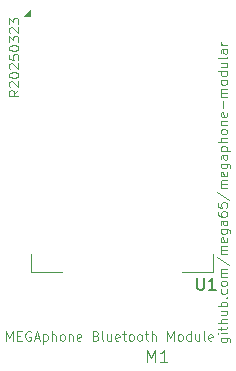
<source format=gto>
G04 #@! TF.GenerationSoftware,KiCad,Pcbnew,9.0.1+1*
G04 #@! TF.CreationDate,2025-11-12T15:34:39+00:00*
G04 #@! TF.ProjectId,bluetooth,626c7565-746f-46f7-9468-2e6b69636164,rev?*
G04 #@! TF.SameCoordinates,Original*
G04 #@! TF.FileFunction,Legend,Top*
G04 #@! TF.FilePolarity,Positive*
%FSLAX46Y46*%
G04 Gerber Fmt 4.6, Leading zero omitted, Abs format (unit mm)*
G04 Created by KiCad (PCBNEW 9.0.1+1) date 2025-11-12 15:34:39*
%MOMM*%
%LPD*%
G01*
G04 APERTURE LIST*
%ADD10C,0.100000*%
%ADD11C,0.150000*%
%ADD12C,0.120000*%
%ADD13R,2.540000X2.000000*%
G04 APERTURE END LIST*
D10*
X99734265Y-84410895D02*
X99734265Y-83610895D01*
X99734265Y-83610895D02*
X100000931Y-84182323D01*
X100000931Y-84182323D02*
X100267598Y-83610895D01*
X100267598Y-83610895D02*
X100267598Y-84410895D01*
X100648551Y-83991847D02*
X100915217Y-83991847D01*
X101029503Y-84410895D02*
X100648551Y-84410895D01*
X100648551Y-84410895D02*
X100648551Y-83610895D01*
X100648551Y-83610895D02*
X101029503Y-83610895D01*
X101791408Y-83648990D02*
X101715218Y-83610895D01*
X101715218Y-83610895D02*
X101600932Y-83610895D01*
X101600932Y-83610895D02*
X101486646Y-83648990D01*
X101486646Y-83648990D02*
X101410456Y-83725180D01*
X101410456Y-83725180D02*
X101372361Y-83801371D01*
X101372361Y-83801371D02*
X101334265Y-83953752D01*
X101334265Y-83953752D02*
X101334265Y-84068038D01*
X101334265Y-84068038D02*
X101372361Y-84220419D01*
X101372361Y-84220419D02*
X101410456Y-84296609D01*
X101410456Y-84296609D02*
X101486646Y-84372800D01*
X101486646Y-84372800D02*
X101600932Y-84410895D01*
X101600932Y-84410895D02*
X101677123Y-84410895D01*
X101677123Y-84410895D02*
X101791408Y-84372800D01*
X101791408Y-84372800D02*
X101829504Y-84334704D01*
X101829504Y-84334704D02*
X101829504Y-84068038D01*
X101829504Y-84068038D02*
X101677123Y-84068038D01*
X102134265Y-84182323D02*
X102515218Y-84182323D01*
X102058075Y-84410895D02*
X102324742Y-83610895D01*
X102324742Y-83610895D02*
X102591408Y-84410895D01*
X102858075Y-83877561D02*
X102858075Y-84677561D01*
X102858075Y-83915657D02*
X102934265Y-83877561D01*
X102934265Y-83877561D02*
X103086646Y-83877561D01*
X103086646Y-83877561D02*
X103162837Y-83915657D01*
X103162837Y-83915657D02*
X103200932Y-83953752D01*
X103200932Y-83953752D02*
X103239027Y-84029942D01*
X103239027Y-84029942D02*
X103239027Y-84258514D01*
X103239027Y-84258514D02*
X103200932Y-84334704D01*
X103200932Y-84334704D02*
X103162837Y-84372800D01*
X103162837Y-84372800D02*
X103086646Y-84410895D01*
X103086646Y-84410895D02*
X102934265Y-84410895D01*
X102934265Y-84410895D02*
X102858075Y-84372800D01*
X103581885Y-84410895D02*
X103581885Y-83610895D01*
X103924742Y-84410895D02*
X103924742Y-83991847D01*
X103924742Y-83991847D02*
X103886647Y-83915657D01*
X103886647Y-83915657D02*
X103810456Y-83877561D01*
X103810456Y-83877561D02*
X103696170Y-83877561D01*
X103696170Y-83877561D02*
X103619980Y-83915657D01*
X103619980Y-83915657D02*
X103581885Y-83953752D01*
X104419980Y-84410895D02*
X104343790Y-84372800D01*
X104343790Y-84372800D02*
X104305695Y-84334704D01*
X104305695Y-84334704D02*
X104267599Y-84258514D01*
X104267599Y-84258514D02*
X104267599Y-84029942D01*
X104267599Y-84029942D02*
X104305695Y-83953752D01*
X104305695Y-83953752D02*
X104343790Y-83915657D01*
X104343790Y-83915657D02*
X104419980Y-83877561D01*
X104419980Y-83877561D02*
X104534266Y-83877561D01*
X104534266Y-83877561D02*
X104610457Y-83915657D01*
X104610457Y-83915657D02*
X104648552Y-83953752D01*
X104648552Y-83953752D02*
X104686647Y-84029942D01*
X104686647Y-84029942D02*
X104686647Y-84258514D01*
X104686647Y-84258514D02*
X104648552Y-84334704D01*
X104648552Y-84334704D02*
X104610457Y-84372800D01*
X104610457Y-84372800D02*
X104534266Y-84410895D01*
X104534266Y-84410895D02*
X104419980Y-84410895D01*
X105029505Y-83877561D02*
X105029505Y-84410895D01*
X105029505Y-83953752D02*
X105067600Y-83915657D01*
X105067600Y-83915657D02*
X105143790Y-83877561D01*
X105143790Y-83877561D02*
X105258076Y-83877561D01*
X105258076Y-83877561D02*
X105334267Y-83915657D01*
X105334267Y-83915657D02*
X105372362Y-83991847D01*
X105372362Y-83991847D02*
X105372362Y-84410895D01*
X106058077Y-84372800D02*
X105981886Y-84410895D01*
X105981886Y-84410895D02*
X105829505Y-84410895D01*
X105829505Y-84410895D02*
X105753315Y-84372800D01*
X105753315Y-84372800D02*
X105715219Y-84296609D01*
X105715219Y-84296609D02*
X105715219Y-83991847D01*
X105715219Y-83991847D02*
X105753315Y-83915657D01*
X105753315Y-83915657D02*
X105829505Y-83877561D01*
X105829505Y-83877561D02*
X105981886Y-83877561D01*
X105981886Y-83877561D02*
X106058077Y-83915657D01*
X106058077Y-83915657D02*
X106096172Y-83991847D01*
X106096172Y-83991847D02*
X106096172Y-84068038D01*
X106096172Y-84068038D02*
X105715219Y-84144228D01*
X107315219Y-83991847D02*
X107429505Y-84029942D01*
X107429505Y-84029942D02*
X107467600Y-84068038D01*
X107467600Y-84068038D02*
X107505696Y-84144228D01*
X107505696Y-84144228D02*
X107505696Y-84258514D01*
X107505696Y-84258514D02*
X107467600Y-84334704D01*
X107467600Y-84334704D02*
X107429505Y-84372800D01*
X107429505Y-84372800D02*
X107353315Y-84410895D01*
X107353315Y-84410895D02*
X107048553Y-84410895D01*
X107048553Y-84410895D02*
X107048553Y-83610895D01*
X107048553Y-83610895D02*
X107315219Y-83610895D01*
X107315219Y-83610895D02*
X107391410Y-83648990D01*
X107391410Y-83648990D02*
X107429505Y-83687085D01*
X107429505Y-83687085D02*
X107467600Y-83763276D01*
X107467600Y-83763276D02*
X107467600Y-83839466D01*
X107467600Y-83839466D02*
X107429505Y-83915657D01*
X107429505Y-83915657D02*
X107391410Y-83953752D01*
X107391410Y-83953752D02*
X107315219Y-83991847D01*
X107315219Y-83991847D02*
X107048553Y-83991847D01*
X107962838Y-84410895D02*
X107886648Y-84372800D01*
X107886648Y-84372800D02*
X107848553Y-84296609D01*
X107848553Y-84296609D02*
X107848553Y-83610895D01*
X108610458Y-83877561D02*
X108610458Y-84410895D01*
X108267601Y-83877561D02*
X108267601Y-84296609D01*
X108267601Y-84296609D02*
X108305696Y-84372800D01*
X108305696Y-84372800D02*
X108381886Y-84410895D01*
X108381886Y-84410895D02*
X108496172Y-84410895D01*
X108496172Y-84410895D02*
X108572363Y-84372800D01*
X108572363Y-84372800D02*
X108610458Y-84334704D01*
X109296173Y-84372800D02*
X109219982Y-84410895D01*
X109219982Y-84410895D02*
X109067601Y-84410895D01*
X109067601Y-84410895D02*
X108991411Y-84372800D01*
X108991411Y-84372800D02*
X108953315Y-84296609D01*
X108953315Y-84296609D02*
X108953315Y-83991847D01*
X108953315Y-83991847D02*
X108991411Y-83915657D01*
X108991411Y-83915657D02*
X109067601Y-83877561D01*
X109067601Y-83877561D02*
X109219982Y-83877561D01*
X109219982Y-83877561D02*
X109296173Y-83915657D01*
X109296173Y-83915657D02*
X109334268Y-83991847D01*
X109334268Y-83991847D02*
X109334268Y-84068038D01*
X109334268Y-84068038D02*
X108953315Y-84144228D01*
X109562839Y-83877561D02*
X109867601Y-83877561D01*
X109677125Y-83610895D02*
X109677125Y-84296609D01*
X109677125Y-84296609D02*
X109715220Y-84372800D01*
X109715220Y-84372800D02*
X109791410Y-84410895D01*
X109791410Y-84410895D02*
X109867601Y-84410895D01*
X110248553Y-84410895D02*
X110172363Y-84372800D01*
X110172363Y-84372800D02*
X110134268Y-84334704D01*
X110134268Y-84334704D02*
X110096172Y-84258514D01*
X110096172Y-84258514D02*
X110096172Y-84029942D01*
X110096172Y-84029942D02*
X110134268Y-83953752D01*
X110134268Y-83953752D02*
X110172363Y-83915657D01*
X110172363Y-83915657D02*
X110248553Y-83877561D01*
X110248553Y-83877561D02*
X110362839Y-83877561D01*
X110362839Y-83877561D02*
X110439030Y-83915657D01*
X110439030Y-83915657D02*
X110477125Y-83953752D01*
X110477125Y-83953752D02*
X110515220Y-84029942D01*
X110515220Y-84029942D02*
X110515220Y-84258514D01*
X110515220Y-84258514D02*
X110477125Y-84334704D01*
X110477125Y-84334704D02*
X110439030Y-84372800D01*
X110439030Y-84372800D02*
X110362839Y-84410895D01*
X110362839Y-84410895D02*
X110248553Y-84410895D01*
X110972363Y-84410895D02*
X110896173Y-84372800D01*
X110896173Y-84372800D02*
X110858078Y-84334704D01*
X110858078Y-84334704D02*
X110819982Y-84258514D01*
X110819982Y-84258514D02*
X110819982Y-84029942D01*
X110819982Y-84029942D02*
X110858078Y-83953752D01*
X110858078Y-83953752D02*
X110896173Y-83915657D01*
X110896173Y-83915657D02*
X110972363Y-83877561D01*
X110972363Y-83877561D02*
X111086649Y-83877561D01*
X111086649Y-83877561D02*
X111162840Y-83915657D01*
X111162840Y-83915657D02*
X111200935Y-83953752D01*
X111200935Y-83953752D02*
X111239030Y-84029942D01*
X111239030Y-84029942D02*
X111239030Y-84258514D01*
X111239030Y-84258514D02*
X111200935Y-84334704D01*
X111200935Y-84334704D02*
X111162840Y-84372800D01*
X111162840Y-84372800D02*
X111086649Y-84410895D01*
X111086649Y-84410895D02*
X110972363Y-84410895D01*
X111467602Y-83877561D02*
X111772364Y-83877561D01*
X111581888Y-83610895D02*
X111581888Y-84296609D01*
X111581888Y-84296609D02*
X111619983Y-84372800D01*
X111619983Y-84372800D02*
X111696173Y-84410895D01*
X111696173Y-84410895D02*
X111772364Y-84410895D01*
X112039031Y-84410895D02*
X112039031Y-83610895D01*
X112381888Y-84410895D02*
X112381888Y-83991847D01*
X112381888Y-83991847D02*
X112343793Y-83915657D01*
X112343793Y-83915657D02*
X112267602Y-83877561D01*
X112267602Y-83877561D02*
X112153316Y-83877561D01*
X112153316Y-83877561D02*
X112077126Y-83915657D01*
X112077126Y-83915657D02*
X112039031Y-83953752D01*
X113372365Y-84410895D02*
X113372365Y-83610895D01*
X113372365Y-83610895D02*
X113639031Y-84182323D01*
X113639031Y-84182323D02*
X113905698Y-83610895D01*
X113905698Y-83610895D02*
X113905698Y-84410895D01*
X114400936Y-84410895D02*
X114324746Y-84372800D01*
X114324746Y-84372800D02*
X114286651Y-84334704D01*
X114286651Y-84334704D02*
X114248555Y-84258514D01*
X114248555Y-84258514D02*
X114248555Y-84029942D01*
X114248555Y-84029942D02*
X114286651Y-83953752D01*
X114286651Y-83953752D02*
X114324746Y-83915657D01*
X114324746Y-83915657D02*
X114400936Y-83877561D01*
X114400936Y-83877561D02*
X114515222Y-83877561D01*
X114515222Y-83877561D02*
X114591413Y-83915657D01*
X114591413Y-83915657D02*
X114629508Y-83953752D01*
X114629508Y-83953752D02*
X114667603Y-84029942D01*
X114667603Y-84029942D02*
X114667603Y-84258514D01*
X114667603Y-84258514D02*
X114629508Y-84334704D01*
X114629508Y-84334704D02*
X114591413Y-84372800D01*
X114591413Y-84372800D02*
X114515222Y-84410895D01*
X114515222Y-84410895D02*
X114400936Y-84410895D01*
X115353318Y-84410895D02*
X115353318Y-83610895D01*
X115353318Y-84372800D02*
X115277127Y-84410895D01*
X115277127Y-84410895D02*
X115124746Y-84410895D01*
X115124746Y-84410895D02*
X115048556Y-84372800D01*
X115048556Y-84372800D02*
X115010461Y-84334704D01*
X115010461Y-84334704D02*
X114972365Y-84258514D01*
X114972365Y-84258514D02*
X114972365Y-84029942D01*
X114972365Y-84029942D02*
X115010461Y-83953752D01*
X115010461Y-83953752D02*
X115048556Y-83915657D01*
X115048556Y-83915657D02*
X115124746Y-83877561D01*
X115124746Y-83877561D02*
X115277127Y-83877561D01*
X115277127Y-83877561D02*
X115353318Y-83915657D01*
X116077128Y-83877561D02*
X116077128Y-84410895D01*
X115734271Y-83877561D02*
X115734271Y-84296609D01*
X115734271Y-84296609D02*
X115772366Y-84372800D01*
X115772366Y-84372800D02*
X115848556Y-84410895D01*
X115848556Y-84410895D02*
X115962842Y-84410895D01*
X115962842Y-84410895D02*
X116039033Y-84372800D01*
X116039033Y-84372800D02*
X116077128Y-84334704D01*
X116572366Y-84410895D02*
X116496176Y-84372800D01*
X116496176Y-84372800D02*
X116458081Y-84296609D01*
X116458081Y-84296609D02*
X116458081Y-83610895D01*
X117181891Y-84372800D02*
X117105700Y-84410895D01*
X117105700Y-84410895D02*
X116953319Y-84410895D01*
X116953319Y-84410895D02*
X116877129Y-84372800D01*
X116877129Y-84372800D02*
X116839033Y-84296609D01*
X116839033Y-84296609D02*
X116839033Y-83991847D01*
X116839033Y-83991847D02*
X116877129Y-83915657D01*
X116877129Y-83915657D02*
X116953319Y-83877561D01*
X116953319Y-83877561D02*
X117105700Y-83877561D01*
X117105700Y-83877561D02*
X117181891Y-83915657D01*
X117181891Y-83915657D02*
X117219986Y-83991847D01*
X117219986Y-83991847D02*
X117219986Y-84068038D01*
X117219986Y-84068038D02*
X116839033Y-84144228D01*
X117891561Y-84168877D02*
X118539180Y-84168877D01*
X118539180Y-84168877D02*
X118615371Y-84206972D01*
X118615371Y-84206972D02*
X118653466Y-84245068D01*
X118653466Y-84245068D02*
X118691561Y-84321258D01*
X118691561Y-84321258D02*
X118691561Y-84435544D01*
X118691561Y-84435544D02*
X118653466Y-84511734D01*
X118386800Y-84168877D02*
X118424895Y-84245068D01*
X118424895Y-84245068D02*
X118424895Y-84397449D01*
X118424895Y-84397449D02*
X118386800Y-84473639D01*
X118386800Y-84473639D02*
X118348704Y-84511734D01*
X118348704Y-84511734D02*
X118272514Y-84549830D01*
X118272514Y-84549830D02*
X118043942Y-84549830D01*
X118043942Y-84549830D02*
X117967752Y-84511734D01*
X117967752Y-84511734D02*
X117929657Y-84473639D01*
X117929657Y-84473639D02*
X117891561Y-84397449D01*
X117891561Y-84397449D02*
X117891561Y-84245068D01*
X117891561Y-84245068D02*
X117929657Y-84168877D01*
X118424895Y-83787924D02*
X117891561Y-83787924D01*
X117624895Y-83787924D02*
X117662990Y-83826020D01*
X117662990Y-83826020D02*
X117701085Y-83787924D01*
X117701085Y-83787924D02*
X117662990Y-83749829D01*
X117662990Y-83749829D02*
X117624895Y-83787924D01*
X117624895Y-83787924D02*
X117701085Y-83787924D01*
X117891561Y-83521258D02*
X117891561Y-83216496D01*
X117624895Y-83406972D02*
X118310609Y-83406972D01*
X118310609Y-83406972D02*
X118386800Y-83368877D01*
X118386800Y-83368877D02*
X118424895Y-83292687D01*
X118424895Y-83292687D02*
X118424895Y-83216496D01*
X118424895Y-82949829D02*
X117624895Y-82949829D01*
X118424895Y-82606972D02*
X118005847Y-82606972D01*
X118005847Y-82606972D02*
X117929657Y-82645067D01*
X117929657Y-82645067D02*
X117891561Y-82721258D01*
X117891561Y-82721258D02*
X117891561Y-82835544D01*
X117891561Y-82835544D02*
X117929657Y-82911734D01*
X117929657Y-82911734D02*
X117967752Y-82949829D01*
X117891561Y-81883162D02*
X118424895Y-81883162D01*
X117891561Y-82226019D02*
X118310609Y-82226019D01*
X118310609Y-82226019D02*
X118386800Y-82187924D01*
X118386800Y-82187924D02*
X118424895Y-82111734D01*
X118424895Y-82111734D02*
X118424895Y-81997448D01*
X118424895Y-81997448D02*
X118386800Y-81921257D01*
X118386800Y-81921257D02*
X118348704Y-81883162D01*
X118424895Y-81502209D02*
X117624895Y-81502209D01*
X117929657Y-81502209D02*
X117891561Y-81426019D01*
X117891561Y-81426019D02*
X117891561Y-81273638D01*
X117891561Y-81273638D02*
X117929657Y-81197447D01*
X117929657Y-81197447D02*
X117967752Y-81159352D01*
X117967752Y-81159352D02*
X118043942Y-81121257D01*
X118043942Y-81121257D02*
X118272514Y-81121257D01*
X118272514Y-81121257D02*
X118348704Y-81159352D01*
X118348704Y-81159352D02*
X118386800Y-81197447D01*
X118386800Y-81197447D02*
X118424895Y-81273638D01*
X118424895Y-81273638D02*
X118424895Y-81426019D01*
X118424895Y-81426019D02*
X118386800Y-81502209D01*
X118348704Y-80778399D02*
X118386800Y-80740304D01*
X118386800Y-80740304D02*
X118424895Y-80778399D01*
X118424895Y-80778399D02*
X118386800Y-80816495D01*
X118386800Y-80816495D02*
X118348704Y-80778399D01*
X118348704Y-80778399D02*
X118424895Y-80778399D01*
X118386800Y-80054590D02*
X118424895Y-80130781D01*
X118424895Y-80130781D02*
X118424895Y-80283162D01*
X118424895Y-80283162D02*
X118386800Y-80359352D01*
X118386800Y-80359352D02*
X118348704Y-80397447D01*
X118348704Y-80397447D02*
X118272514Y-80435543D01*
X118272514Y-80435543D02*
X118043942Y-80435543D01*
X118043942Y-80435543D02*
X117967752Y-80397447D01*
X117967752Y-80397447D02*
X117929657Y-80359352D01*
X117929657Y-80359352D02*
X117891561Y-80283162D01*
X117891561Y-80283162D02*
X117891561Y-80130781D01*
X117891561Y-80130781D02*
X117929657Y-80054590D01*
X118424895Y-79597448D02*
X118386800Y-79673638D01*
X118386800Y-79673638D02*
X118348704Y-79711733D01*
X118348704Y-79711733D02*
X118272514Y-79749829D01*
X118272514Y-79749829D02*
X118043942Y-79749829D01*
X118043942Y-79749829D02*
X117967752Y-79711733D01*
X117967752Y-79711733D02*
X117929657Y-79673638D01*
X117929657Y-79673638D02*
X117891561Y-79597448D01*
X117891561Y-79597448D02*
X117891561Y-79483162D01*
X117891561Y-79483162D02*
X117929657Y-79406971D01*
X117929657Y-79406971D02*
X117967752Y-79368876D01*
X117967752Y-79368876D02*
X118043942Y-79330781D01*
X118043942Y-79330781D02*
X118272514Y-79330781D01*
X118272514Y-79330781D02*
X118348704Y-79368876D01*
X118348704Y-79368876D02*
X118386800Y-79406971D01*
X118386800Y-79406971D02*
X118424895Y-79483162D01*
X118424895Y-79483162D02*
X118424895Y-79597448D01*
X118424895Y-78987923D02*
X117891561Y-78987923D01*
X117967752Y-78987923D02*
X117929657Y-78949828D01*
X117929657Y-78949828D02*
X117891561Y-78873638D01*
X117891561Y-78873638D02*
X117891561Y-78759352D01*
X117891561Y-78759352D02*
X117929657Y-78683161D01*
X117929657Y-78683161D02*
X118005847Y-78645066D01*
X118005847Y-78645066D02*
X118424895Y-78645066D01*
X118005847Y-78645066D02*
X117929657Y-78606971D01*
X117929657Y-78606971D02*
X117891561Y-78530780D01*
X117891561Y-78530780D02*
X117891561Y-78416495D01*
X117891561Y-78416495D02*
X117929657Y-78340304D01*
X117929657Y-78340304D02*
X118005847Y-78302209D01*
X118005847Y-78302209D02*
X118424895Y-78302209D01*
X117586800Y-77349828D02*
X118615371Y-78035542D01*
X118424895Y-77083161D02*
X117891561Y-77083161D01*
X117967752Y-77083161D02*
X117929657Y-77045066D01*
X117929657Y-77045066D02*
X117891561Y-76968876D01*
X117891561Y-76968876D02*
X117891561Y-76854590D01*
X117891561Y-76854590D02*
X117929657Y-76778399D01*
X117929657Y-76778399D02*
X118005847Y-76740304D01*
X118005847Y-76740304D02*
X118424895Y-76740304D01*
X118005847Y-76740304D02*
X117929657Y-76702209D01*
X117929657Y-76702209D02*
X117891561Y-76626018D01*
X117891561Y-76626018D02*
X117891561Y-76511733D01*
X117891561Y-76511733D02*
X117929657Y-76435542D01*
X117929657Y-76435542D02*
X118005847Y-76397447D01*
X118005847Y-76397447D02*
X118424895Y-76397447D01*
X118386800Y-75711732D02*
X118424895Y-75787923D01*
X118424895Y-75787923D02*
X118424895Y-75940304D01*
X118424895Y-75940304D02*
X118386800Y-76016494D01*
X118386800Y-76016494D02*
X118310609Y-76054590D01*
X118310609Y-76054590D02*
X118005847Y-76054590D01*
X118005847Y-76054590D02*
X117929657Y-76016494D01*
X117929657Y-76016494D02*
X117891561Y-75940304D01*
X117891561Y-75940304D02*
X117891561Y-75787923D01*
X117891561Y-75787923D02*
X117929657Y-75711732D01*
X117929657Y-75711732D02*
X118005847Y-75673637D01*
X118005847Y-75673637D02*
X118082038Y-75673637D01*
X118082038Y-75673637D02*
X118158228Y-76054590D01*
X117891561Y-74987923D02*
X118539180Y-74987923D01*
X118539180Y-74987923D02*
X118615371Y-75026018D01*
X118615371Y-75026018D02*
X118653466Y-75064114D01*
X118653466Y-75064114D02*
X118691561Y-75140304D01*
X118691561Y-75140304D02*
X118691561Y-75254590D01*
X118691561Y-75254590D02*
X118653466Y-75330780D01*
X118386800Y-74987923D02*
X118424895Y-75064114D01*
X118424895Y-75064114D02*
X118424895Y-75216495D01*
X118424895Y-75216495D02*
X118386800Y-75292685D01*
X118386800Y-75292685D02*
X118348704Y-75330780D01*
X118348704Y-75330780D02*
X118272514Y-75368876D01*
X118272514Y-75368876D02*
X118043942Y-75368876D01*
X118043942Y-75368876D02*
X117967752Y-75330780D01*
X117967752Y-75330780D02*
X117929657Y-75292685D01*
X117929657Y-75292685D02*
X117891561Y-75216495D01*
X117891561Y-75216495D02*
X117891561Y-75064114D01*
X117891561Y-75064114D02*
X117929657Y-74987923D01*
X118424895Y-74264113D02*
X118005847Y-74264113D01*
X118005847Y-74264113D02*
X117929657Y-74302208D01*
X117929657Y-74302208D02*
X117891561Y-74378399D01*
X117891561Y-74378399D02*
X117891561Y-74530780D01*
X117891561Y-74530780D02*
X117929657Y-74606970D01*
X118386800Y-74264113D02*
X118424895Y-74340304D01*
X118424895Y-74340304D02*
X118424895Y-74530780D01*
X118424895Y-74530780D02*
X118386800Y-74606970D01*
X118386800Y-74606970D02*
X118310609Y-74645066D01*
X118310609Y-74645066D02*
X118234419Y-74645066D01*
X118234419Y-74645066D02*
X118158228Y-74606970D01*
X118158228Y-74606970D02*
X118120133Y-74530780D01*
X118120133Y-74530780D02*
X118120133Y-74340304D01*
X118120133Y-74340304D02*
X118082038Y-74264113D01*
X117624895Y-73540303D02*
X117624895Y-73692684D01*
X117624895Y-73692684D02*
X117662990Y-73768875D01*
X117662990Y-73768875D02*
X117701085Y-73806970D01*
X117701085Y-73806970D02*
X117815371Y-73883160D01*
X117815371Y-73883160D02*
X117967752Y-73921256D01*
X117967752Y-73921256D02*
X118272514Y-73921256D01*
X118272514Y-73921256D02*
X118348704Y-73883160D01*
X118348704Y-73883160D02*
X118386800Y-73845065D01*
X118386800Y-73845065D02*
X118424895Y-73768875D01*
X118424895Y-73768875D02*
X118424895Y-73616494D01*
X118424895Y-73616494D02*
X118386800Y-73540303D01*
X118386800Y-73540303D02*
X118348704Y-73502208D01*
X118348704Y-73502208D02*
X118272514Y-73464113D01*
X118272514Y-73464113D02*
X118082038Y-73464113D01*
X118082038Y-73464113D02*
X118005847Y-73502208D01*
X118005847Y-73502208D02*
X117967752Y-73540303D01*
X117967752Y-73540303D02*
X117929657Y-73616494D01*
X117929657Y-73616494D02*
X117929657Y-73768875D01*
X117929657Y-73768875D02*
X117967752Y-73845065D01*
X117967752Y-73845065D02*
X118005847Y-73883160D01*
X118005847Y-73883160D02*
X118082038Y-73921256D01*
X117624895Y-72740303D02*
X117624895Y-73121255D01*
X117624895Y-73121255D02*
X118005847Y-73159351D01*
X118005847Y-73159351D02*
X117967752Y-73121255D01*
X117967752Y-73121255D02*
X117929657Y-73045065D01*
X117929657Y-73045065D02*
X117929657Y-72854589D01*
X117929657Y-72854589D02*
X117967752Y-72778398D01*
X117967752Y-72778398D02*
X118005847Y-72740303D01*
X118005847Y-72740303D02*
X118082038Y-72702208D01*
X118082038Y-72702208D02*
X118272514Y-72702208D01*
X118272514Y-72702208D02*
X118348704Y-72740303D01*
X118348704Y-72740303D02*
X118386800Y-72778398D01*
X118386800Y-72778398D02*
X118424895Y-72854589D01*
X118424895Y-72854589D02*
X118424895Y-73045065D01*
X118424895Y-73045065D02*
X118386800Y-73121255D01*
X118386800Y-73121255D02*
X118348704Y-73159351D01*
X117586800Y-71787922D02*
X118615371Y-72473636D01*
X118424895Y-71521255D02*
X117891561Y-71521255D01*
X117967752Y-71521255D02*
X117929657Y-71483160D01*
X117929657Y-71483160D02*
X117891561Y-71406970D01*
X117891561Y-71406970D02*
X117891561Y-71292684D01*
X117891561Y-71292684D02*
X117929657Y-71216493D01*
X117929657Y-71216493D02*
X118005847Y-71178398D01*
X118005847Y-71178398D02*
X118424895Y-71178398D01*
X118005847Y-71178398D02*
X117929657Y-71140303D01*
X117929657Y-71140303D02*
X117891561Y-71064112D01*
X117891561Y-71064112D02*
X117891561Y-70949827D01*
X117891561Y-70949827D02*
X117929657Y-70873636D01*
X117929657Y-70873636D02*
X118005847Y-70835541D01*
X118005847Y-70835541D02*
X118424895Y-70835541D01*
X118386800Y-70149826D02*
X118424895Y-70226017D01*
X118424895Y-70226017D02*
X118424895Y-70378398D01*
X118424895Y-70378398D02*
X118386800Y-70454588D01*
X118386800Y-70454588D02*
X118310609Y-70492684D01*
X118310609Y-70492684D02*
X118005847Y-70492684D01*
X118005847Y-70492684D02*
X117929657Y-70454588D01*
X117929657Y-70454588D02*
X117891561Y-70378398D01*
X117891561Y-70378398D02*
X117891561Y-70226017D01*
X117891561Y-70226017D02*
X117929657Y-70149826D01*
X117929657Y-70149826D02*
X118005847Y-70111731D01*
X118005847Y-70111731D02*
X118082038Y-70111731D01*
X118082038Y-70111731D02*
X118158228Y-70492684D01*
X117891561Y-69426017D02*
X118539180Y-69426017D01*
X118539180Y-69426017D02*
X118615371Y-69464112D01*
X118615371Y-69464112D02*
X118653466Y-69502208D01*
X118653466Y-69502208D02*
X118691561Y-69578398D01*
X118691561Y-69578398D02*
X118691561Y-69692684D01*
X118691561Y-69692684D02*
X118653466Y-69768874D01*
X118386800Y-69426017D02*
X118424895Y-69502208D01*
X118424895Y-69502208D02*
X118424895Y-69654589D01*
X118424895Y-69654589D02*
X118386800Y-69730779D01*
X118386800Y-69730779D02*
X118348704Y-69768874D01*
X118348704Y-69768874D02*
X118272514Y-69806970D01*
X118272514Y-69806970D02*
X118043942Y-69806970D01*
X118043942Y-69806970D02*
X117967752Y-69768874D01*
X117967752Y-69768874D02*
X117929657Y-69730779D01*
X117929657Y-69730779D02*
X117891561Y-69654589D01*
X117891561Y-69654589D02*
X117891561Y-69502208D01*
X117891561Y-69502208D02*
X117929657Y-69426017D01*
X118424895Y-68702207D02*
X118005847Y-68702207D01*
X118005847Y-68702207D02*
X117929657Y-68740302D01*
X117929657Y-68740302D02*
X117891561Y-68816493D01*
X117891561Y-68816493D02*
X117891561Y-68968874D01*
X117891561Y-68968874D02*
X117929657Y-69045064D01*
X118386800Y-68702207D02*
X118424895Y-68778398D01*
X118424895Y-68778398D02*
X118424895Y-68968874D01*
X118424895Y-68968874D02*
X118386800Y-69045064D01*
X118386800Y-69045064D02*
X118310609Y-69083160D01*
X118310609Y-69083160D02*
X118234419Y-69083160D01*
X118234419Y-69083160D02*
X118158228Y-69045064D01*
X118158228Y-69045064D02*
X118120133Y-68968874D01*
X118120133Y-68968874D02*
X118120133Y-68778398D01*
X118120133Y-68778398D02*
X118082038Y-68702207D01*
X117891561Y-68321254D02*
X118691561Y-68321254D01*
X117929657Y-68321254D02*
X117891561Y-68245064D01*
X117891561Y-68245064D02*
X117891561Y-68092683D01*
X117891561Y-68092683D02*
X117929657Y-68016492D01*
X117929657Y-68016492D02*
X117967752Y-67978397D01*
X117967752Y-67978397D02*
X118043942Y-67940302D01*
X118043942Y-67940302D02*
X118272514Y-67940302D01*
X118272514Y-67940302D02*
X118348704Y-67978397D01*
X118348704Y-67978397D02*
X118386800Y-68016492D01*
X118386800Y-68016492D02*
X118424895Y-68092683D01*
X118424895Y-68092683D02*
X118424895Y-68245064D01*
X118424895Y-68245064D02*
X118386800Y-68321254D01*
X118424895Y-67597444D02*
X117624895Y-67597444D01*
X118424895Y-67254587D02*
X118005847Y-67254587D01*
X118005847Y-67254587D02*
X117929657Y-67292682D01*
X117929657Y-67292682D02*
X117891561Y-67368873D01*
X117891561Y-67368873D02*
X117891561Y-67483159D01*
X117891561Y-67483159D02*
X117929657Y-67559349D01*
X117929657Y-67559349D02*
X117967752Y-67597444D01*
X118424895Y-66759349D02*
X118386800Y-66835539D01*
X118386800Y-66835539D02*
X118348704Y-66873634D01*
X118348704Y-66873634D02*
X118272514Y-66911730D01*
X118272514Y-66911730D02*
X118043942Y-66911730D01*
X118043942Y-66911730D02*
X117967752Y-66873634D01*
X117967752Y-66873634D02*
X117929657Y-66835539D01*
X117929657Y-66835539D02*
X117891561Y-66759349D01*
X117891561Y-66759349D02*
X117891561Y-66645063D01*
X117891561Y-66645063D02*
X117929657Y-66568872D01*
X117929657Y-66568872D02*
X117967752Y-66530777D01*
X117967752Y-66530777D02*
X118043942Y-66492682D01*
X118043942Y-66492682D02*
X118272514Y-66492682D01*
X118272514Y-66492682D02*
X118348704Y-66530777D01*
X118348704Y-66530777D02*
X118386800Y-66568872D01*
X118386800Y-66568872D02*
X118424895Y-66645063D01*
X118424895Y-66645063D02*
X118424895Y-66759349D01*
X117891561Y-66149824D02*
X118424895Y-66149824D01*
X117967752Y-66149824D02*
X117929657Y-66111729D01*
X117929657Y-66111729D02*
X117891561Y-66035539D01*
X117891561Y-66035539D02*
X117891561Y-65921253D01*
X117891561Y-65921253D02*
X117929657Y-65845062D01*
X117929657Y-65845062D02*
X118005847Y-65806967D01*
X118005847Y-65806967D02*
X118424895Y-65806967D01*
X118386800Y-65121252D02*
X118424895Y-65197443D01*
X118424895Y-65197443D02*
X118424895Y-65349824D01*
X118424895Y-65349824D02*
X118386800Y-65426014D01*
X118386800Y-65426014D02*
X118310609Y-65464110D01*
X118310609Y-65464110D02*
X118005847Y-65464110D01*
X118005847Y-65464110D02*
X117929657Y-65426014D01*
X117929657Y-65426014D02*
X117891561Y-65349824D01*
X117891561Y-65349824D02*
X117891561Y-65197443D01*
X117891561Y-65197443D02*
X117929657Y-65121252D01*
X117929657Y-65121252D02*
X118005847Y-65083157D01*
X118005847Y-65083157D02*
X118082038Y-65083157D01*
X118082038Y-65083157D02*
X118158228Y-65464110D01*
X118120133Y-64740300D02*
X118120133Y-64130777D01*
X118424895Y-63749824D02*
X117891561Y-63749824D01*
X117967752Y-63749824D02*
X117929657Y-63711729D01*
X117929657Y-63711729D02*
X117891561Y-63635539D01*
X117891561Y-63635539D02*
X117891561Y-63521253D01*
X117891561Y-63521253D02*
X117929657Y-63445062D01*
X117929657Y-63445062D02*
X118005847Y-63406967D01*
X118005847Y-63406967D02*
X118424895Y-63406967D01*
X118005847Y-63406967D02*
X117929657Y-63368872D01*
X117929657Y-63368872D02*
X117891561Y-63292681D01*
X117891561Y-63292681D02*
X117891561Y-63178396D01*
X117891561Y-63178396D02*
X117929657Y-63102205D01*
X117929657Y-63102205D02*
X118005847Y-63064110D01*
X118005847Y-63064110D02*
X118424895Y-63064110D01*
X118424895Y-62568872D02*
X118386800Y-62645062D01*
X118386800Y-62645062D02*
X118348704Y-62683157D01*
X118348704Y-62683157D02*
X118272514Y-62721253D01*
X118272514Y-62721253D02*
X118043942Y-62721253D01*
X118043942Y-62721253D02*
X117967752Y-62683157D01*
X117967752Y-62683157D02*
X117929657Y-62645062D01*
X117929657Y-62645062D02*
X117891561Y-62568872D01*
X117891561Y-62568872D02*
X117891561Y-62454586D01*
X117891561Y-62454586D02*
X117929657Y-62378395D01*
X117929657Y-62378395D02*
X117967752Y-62340300D01*
X117967752Y-62340300D02*
X118043942Y-62302205D01*
X118043942Y-62302205D02*
X118272514Y-62302205D01*
X118272514Y-62302205D02*
X118348704Y-62340300D01*
X118348704Y-62340300D02*
X118386800Y-62378395D01*
X118386800Y-62378395D02*
X118424895Y-62454586D01*
X118424895Y-62454586D02*
X118424895Y-62568872D01*
X118424895Y-61616490D02*
X117624895Y-61616490D01*
X118386800Y-61616490D02*
X118424895Y-61692681D01*
X118424895Y-61692681D02*
X118424895Y-61845062D01*
X118424895Y-61845062D02*
X118386800Y-61921252D01*
X118386800Y-61921252D02*
X118348704Y-61959347D01*
X118348704Y-61959347D02*
X118272514Y-61997443D01*
X118272514Y-61997443D02*
X118043942Y-61997443D01*
X118043942Y-61997443D02*
X117967752Y-61959347D01*
X117967752Y-61959347D02*
X117929657Y-61921252D01*
X117929657Y-61921252D02*
X117891561Y-61845062D01*
X117891561Y-61845062D02*
X117891561Y-61692681D01*
X117891561Y-61692681D02*
X117929657Y-61616490D01*
X117891561Y-60892680D02*
X118424895Y-60892680D01*
X117891561Y-61235537D02*
X118310609Y-61235537D01*
X118310609Y-61235537D02*
X118386800Y-61197442D01*
X118386800Y-61197442D02*
X118424895Y-61121252D01*
X118424895Y-61121252D02*
X118424895Y-61006966D01*
X118424895Y-61006966D02*
X118386800Y-60930775D01*
X118386800Y-60930775D02*
X118348704Y-60892680D01*
X118424895Y-60397442D02*
X118386800Y-60473632D01*
X118386800Y-60473632D02*
X118310609Y-60511727D01*
X118310609Y-60511727D02*
X117624895Y-60511727D01*
X118424895Y-59749822D02*
X118005847Y-59749822D01*
X118005847Y-59749822D02*
X117929657Y-59787917D01*
X117929657Y-59787917D02*
X117891561Y-59864108D01*
X117891561Y-59864108D02*
X117891561Y-60016489D01*
X117891561Y-60016489D02*
X117929657Y-60092679D01*
X118386800Y-59749822D02*
X118424895Y-59826013D01*
X118424895Y-59826013D02*
X118424895Y-60016489D01*
X118424895Y-60016489D02*
X118386800Y-60092679D01*
X118386800Y-60092679D02*
X118310609Y-60130775D01*
X118310609Y-60130775D02*
X118234419Y-60130775D01*
X118234419Y-60130775D02*
X118158228Y-60092679D01*
X118158228Y-60092679D02*
X118120133Y-60016489D01*
X118120133Y-60016489D02*
X118120133Y-59826013D01*
X118120133Y-59826013D02*
X118082038Y-59749822D01*
X118424895Y-59368869D02*
X117891561Y-59368869D01*
X118043942Y-59368869D02*
X117967752Y-59330774D01*
X117967752Y-59330774D02*
X117929657Y-59292679D01*
X117929657Y-59292679D02*
X117891561Y-59216488D01*
X117891561Y-59216488D02*
X117891561Y-59140298D01*
X100771895Y-63226591D02*
X100390942Y-63493258D01*
X100771895Y-63683734D02*
X99971895Y-63683734D01*
X99971895Y-63683734D02*
X99971895Y-63378972D01*
X99971895Y-63378972D02*
X100009990Y-63302782D01*
X100009990Y-63302782D02*
X100048085Y-63264687D01*
X100048085Y-63264687D02*
X100124276Y-63226591D01*
X100124276Y-63226591D02*
X100238561Y-63226591D01*
X100238561Y-63226591D02*
X100314752Y-63264687D01*
X100314752Y-63264687D02*
X100352847Y-63302782D01*
X100352847Y-63302782D02*
X100390942Y-63378972D01*
X100390942Y-63378972D02*
X100390942Y-63683734D01*
X100048085Y-62921830D02*
X100009990Y-62883734D01*
X100009990Y-62883734D02*
X99971895Y-62807544D01*
X99971895Y-62807544D02*
X99971895Y-62617068D01*
X99971895Y-62617068D02*
X100009990Y-62540877D01*
X100009990Y-62540877D02*
X100048085Y-62502782D01*
X100048085Y-62502782D02*
X100124276Y-62464687D01*
X100124276Y-62464687D02*
X100200466Y-62464687D01*
X100200466Y-62464687D02*
X100314752Y-62502782D01*
X100314752Y-62502782D02*
X100771895Y-62959925D01*
X100771895Y-62959925D02*
X100771895Y-62464687D01*
X99971895Y-61969448D02*
X99971895Y-61893258D01*
X99971895Y-61893258D02*
X100009990Y-61817067D01*
X100009990Y-61817067D02*
X100048085Y-61778972D01*
X100048085Y-61778972D02*
X100124276Y-61740877D01*
X100124276Y-61740877D02*
X100276657Y-61702782D01*
X100276657Y-61702782D02*
X100467133Y-61702782D01*
X100467133Y-61702782D02*
X100619514Y-61740877D01*
X100619514Y-61740877D02*
X100695704Y-61778972D01*
X100695704Y-61778972D02*
X100733800Y-61817067D01*
X100733800Y-61817067D02*
X100771895Y-61893258D01*
X100771895Y-61893258D02*
X100771895Y-61969448D01*
X100771895Y-61969448D02*
X100733800Y-62045639D01*
X100733800Y-62045639D02*
X100695704Y-62083734D01*
X100695704Y-62083734D02*
X100619514Y-62121829D01*
X100619514Y-62121829D02*
X100467133Y-62159925D01*
X100467133Y-62159925D02*
X100276657Y-62159925D01*
X100276657Y-62159925D02*
X100124276Y-62121829D01*
X100124276Y-62121829D02*
X100048085Y-62083734D01*
X100048085Y-62083734D02*
X100009990Y-62045639D01*
X100009990Y-62045639D02*
X99971895Y-61969448D01*
X100048085Y-61398020D02*
X100009990Y-61359924D01*
X100009990Y-61359924D02*
X99971895Y-61283734D01*
X99971895Y-61283734D02*
X99971895Y-61093258D01*
X99971895Y-61093258D02*
X100009990Y-61017067D01*
X100009990Y-61017067D02*
X100048085Y-60978972D01*
X100048085Y-60978972D02*
X100124276Y-60940877D01*
X100124276Y-60940877D02*
X100200466Y-60940877D01*
X100200466Y-60940877D02*
X100314752Y-60978972D01*
X100314752Y-60978972D02*
X100771895Y-61436115D01*
X100771895Y-61436115D02*
X100771895Y-60940877D01*
X99971895Y-60217067D02*
X99971895Y-60598019D01*
X99971895Y-60598019D02*
X100352847Y-60636115D01*
X100352847Y-60636115D02*
X100314752Y-60598019D01*
X100314752Y-60598019D02*
X100276657Y-60521829D01*
X100276657Y-60521829D02*
X100276657Y-60331353D01*
X100276657Y-60331353D02*
X100314752Y-60255162D01*
X100314752Y-60255162D02*
X100352847Y-60217067D01*
X100352847Y-60217067D02*
X100429038Y-60178972D01*
X100429038Y-60178972D02*
X100619514Y-60178972D01*
X100619514Y-60178972D02*
X100695704Y-60217067D01*
X100695704Y-60217067D02*
X100733800Y-60255162D01*
X100733800Y-60255162D02*
X100771895Y-60331353D01*
X100771895Y-60331353D02*
X100771895Y-60521829D01*
X100771895Y-60521829D02*
X100733800Y-60598019D01*
X100733800Y-60598019D02*
X100695704Y-60636115D01*
X99971895Y-59683733D02*
X99971895Y-59607543D01*
X99971895Y-59607543D02*
X100009990Y-59531352D01*
X100009990Y-59531352D02*
X100048085Y-59493257D01*
X100048085Y-59493257D02*
X100124276Y-59455162D01*
X100124276Y-59455162D02*
X100276657Y-59417067D01*
X100276657Y-59417067D02*
X100467133Y-59417067D01*
X100467133Y-59417067D02*
X100619514Y-59455162D01*
X100619514Y-59455162D02*
X100695704Y-59493257D01*
X100695704Y-59493257D02*
X100733800Y-59531352D01*
X100733800Y-59531352D02*
X100771895Y-59607543D01*
X100771895Y-59607543D02*
X100771895Y-59683733D01*
X100771895Y-59683733D02*
X100733800Y-59759924D01*
X100733800Y-59759924D02*
X100695704Y-59798019D01*
X100695704Y-59798019D02*
X100619514Y-59836114D01*
X100619514Y-59836114D02*
X100467133Y-59874210D01*
X100467133Y-59874210D02*
X100276657Y-59874210D01*
X100276657Y-59874210D02*
X100124276Y-59836114D01*
X100124276Y-59836114D02*
X100048085Y-59798019D01*
X100048085Y-59798019D02*
X100009990Y-59759924D01*
X100009990Y-59759924D02*
X99971895Y-59683733D01*
X99971895Y-59150400D02*
X99971895Y-58655162D01*
X99971895Y-58655162D02*
X100276657Y-58921828D01*
X100276657Y-58921828D02*
X100276657Y-58807543D01*
X100276657Y-58807543D02*
X100314752Y-58731352D01*
X100314752Y-58731352D02*
X100352847Y-58693257D01*
X100352847Y-58693257D02*
X100429038Y-58655162D01*
X100429038Y-58655162D02*
X100619514Y-58655162D01*
X100619514Y-58655162D02*
X100695704Y-58693257D01*
X100695704Y-58693257D02*
X100733800Y-58731352D01*
X100733800Y-58731352D02*
X100771895Y-58807543D01*
X100771895Y-58807543D02*
X100771895Y-59036114D01*
X100771895Y-59036114D02*
X100733800Y-59112305D01*
X100733800Y-59112305D02*
X100695704Y-59150400D01*
X100048085Y-58350400D02*
X100009990Y-58312304D01*
X100009990Y-58312304D02*
X99971895Y-58236114D01*
X99971895Y-58236114D02*
X99971895Y-58045638D01*
X99971895Y-58045638D02*
X100009990Y-57969447D01*
X100009990Y-57969447D02*
X100048085Y-57931352D01*
X100048085Y-57931352D02*
X100124276Y-57893257D01*
X100124276Y-57893257D02*
X100200466Y-57893257D01*
X100200466Y-57893257D02*
X100314752Y-57931352D01*
X100314752Y-57931352D02*
X100771895Y-58388495D01*
X100771895Y-58388495D02*
X100771895Y-57893257D01*
X99971895Y-57626590D02*
X99971895Y-57131352D01*
X99971895Y-57131352D02*
X100276657Y-57398018D01*
X100276657Y-57398018D02*
X100276657Y-57283733D01*
X100276657Y-57283733D02*
X100314752Y-57207542D01*
X100314752Y-57207542D02*
X100352847Y-57169447D01*
X100352847Y-57169447D02*
X100429038Y-57131352D01*
X100429038Y-57131352D02*
X100619514Y-57131352D01*
X100619514Y-57131352D02*
X100695704Y-57169447D01*
X100695704Y-57169447D02*
X100733800Y-57207542D01*
X100733800Y-57207542D02*
X100771895Y-57283733D01*
X100771895Y-57283733D02*
X100771895Y-57512304D01*
X100771895Y-57512304D02*
X100733800Y-57588495D01*
X100733800Y-57588495D02*
X100695704Y-57626590D01*
D11*
X115912095Y-79111819D02*
X115912095Y-79921342D01*
X115912095Y-79921342D02*
X115959714Y-80016580D01*
X115959714Y-80016580D02*
X116007333Y-80064200D01*
X116007333Y-80064200D02*
X116102571Y-80111819D01*
X116102571Y-80111819D02*
X116293047Y-80111819D01*
X116293047Y-80111819D02*
X116388285Y-80064200D01*
X116388285Y-80064200D02*
X116435904Y-80016580D01*
X116435904Y-80016580D02*
X116483523Y-79921342D01*
X116483523Y-79921342D02*
X116483523Y-79111819D01*
X117483523Y-80111819D02*
X116912095Y-80111819D01*
X117197809Y-80111819D02*
X117197809Y-79111819D01*
X117197809Y-79111819D02*
X117102571Y-79254676D01*
X117102571Y-79254676D02*
X117007333Y-79349914D01*
X117007333Y-79349914D02*
X116912095Y-79397533D01*
D10*
X111691476Y-86179419D02*
X111691476Y-85179419D01*
X111691476Y-85179419D02*
X112024809Y-85893704D01*
X112024809Y-85893704D02*
X112358142Y-85179419D01*
X112358142Y-85179419D02*
X112358142Y-86179419D01*
X113358142Y-86179419D02*
X112786714Y-86179419D01*
X113072428Y-86179419D02*
X113072428Y-85179419D01*
X113072428Y-85179419D02*
X112977190Y-85322276D01*
X112977190Y-85322276D02*
X112881952Y-85417514D01*
X112881952Y-85417514D02*
X112786714Y-85465133D01*
D12*
X101821000Y-77042000D02*
X101821000Y-78612000D01*
X101821000Y-78612000D02*
X104491000Y-78612000D01*
X114611000Y-78612000D02*
X117281000Y-78612000D01*
X117281000Y-78612000D02*
X117281000Y-77042000D01*
X101751000Y-56882000D02*
X101251000Y-56882000D01*
X101751000Y-56382000D01*
X101751000Y-56882000D01*
G36*
X101751000Y-56882000D02*
G01*
X101251000Y-56882000D01*
X101751000Y-56382000D01*
X101751000Y-56882000D01*
G37*
%LPC*%
G36*
G01*
X101551000Y-57632000D02*
X101551000Y-57332000D01*
G75*
G02*
X101701000Y-57182000I150000J0D01*
G01*
X102901000Y-57182000D01*
G75*
G02*
X103051000Y-57332000I0J-150000D01*
G01*
X103051000Y-57632000D01*
G75*
G02*
X102901000Y-57782000I-150000J0D01*
G01*
X101701000Y-57782000D01*
G75*
G02*
X101551000Y-57632000I0J150000D01*
G01*
G37*
G36*
G01*
X101551000Y-58632000D02*
X101551000Y-58332000D01*
G75*
G02*
X101701000Y-58182000I150000J0D01*
G01*
X102901000Y-58182000D01*
G75*
G02*
X103051000Y-58332000I0J-150000D01*
G01*
X103051000Y-58632000D01*
G75*
G02*
X102901000Y-58782000I-150000J0D01*
G01*
X101701000Y-58782000D01*
G75*
G02*
X101551000Y-58632000I0J150000D01*
G01*
G37*
G36*
G01*
X101551000Y-59632000D02*
X101551000Y-59332000D01*
G75*
G02*
X101701000Y-59182000I150000J0D01*
G01*
X102901000Y-59182000D01*
G75*
G02*
X103051000Y-59332000I0J-150000D01*
G01*
X103051000Y-59632000D01*
G75*
G02*
X102901000Y-59782000I-150000J0D01*
G01*
X101701000Y-59782000D01*
G75*
G02*
X101551000Y-59632000I0J150000D01*
G01*
G37*
G36*
G01*
X101551000Y-60632000D02*
X101551000Y-60332000D01*
G75*
G02*
X101701000Y-60182000I150000J0D01*
G01*
X102901000Y-60182000D01*
G75*
G02*
X103051000Y-60332000I0J-150000D01*
G01*
X103051000Y-60632000D01*
G75*
G02*
X102901000Y-60782000I-150000J0D01*
G01*
X101701000Y-60782000D01*
G75*
G02*
X101551000Y-60632000I0J150000D01*
G01*
G37*
G36*
G01*
X101551000Y-61632000D02*
X101551000Y-61332000D01*
G75*
G02*
X101701000Y-61182000I150000J0D01*
G01*
X102901000Y-61182000D01*
G75*
G02*
X103051000Y-61332000I0J-150000D01*
G01*
X103051000Y-61632000D01*
G75*
G02*
X102901000Y-61782000I-150000J0D01*
G01*
X101701000Y-61782000D01*
G75*
G02*
X101551000Y-61632000I0J150000D01*
G01*
G37*
G36*
G01*
X101551000Y-62632000D02*
X101551000Y-62332000D01*
G75*
G02*
X101701000Y-62182000I150000J0D01*
G01*
X102901000Y-62182000D01*
G75*
G02*
X103051000Y-62332000I0J-150000D01*
G01*
X103051000Y-62632000D01*
G75*
G02*
X102901000Y-62782000I-150000J0D01*
G01*
X101701000Y-62782000D01*
G75*
G02*
X101551000Y-62632000I0J150000D01*
G01*
G37*
G36*
G01*
X101551000Y-63632000D02*
X101551000Y-63332000D01*
G75*
G02*
X101701000Y-63182000I150000J0D01*
G01*
X102901000Y-63182000D01*
G75*
G02*
X103051000Y-63332000I0J-150000D01*
G01*
X103051000Y-63632000D01*
G75*
G02*
X102901000Y-63782000I-150000J0D01*
G01*
X101701000Y-63782000D01*
G75*
G02*
X101551000Y-63632000I0J150000D01*
G01*
G37*
G36*
G01*
X101551000Y-64632000D02*
X101551000Y-64332000D01*
G75*
G02*
X101701000Y-64182000I150000J0D01*
G01*
X102901000Y-64182000D01*
G75*
G02*
X103051000Y-64332000I0J-150000D01*
G01*
X103051000Y-64632000D01*
G75*
G02*
X102901000Y-64782000I-150000J0D01*
G01*
X101701000Y-64782000D01*
G75*
G02*
X101551000Y-64632000I0J150000D01*
G01*
G37*
G36*
G01*
X101551000Y-65632000D02*
X101551000Y-65332000D01*
G75*
G02*
X101701000Y-65182000I150000J0D01*
G01*
X102901000Y-65182000D01*
G75*
G02*
X103051000Y-65332000I0J-150000D01*
G01*
X103051000Y-65632000D01*
G75*
G02*
X102901000Y-65782000I-150000J0D01*
G01*
X101701000Y-65782000D01*
G75*
G02*
X101551000Y-65632000I0J150000D01*
G01*
G37*
G36*
G01*
X101551000Y-66632000D02*
X101551000Y-66332000D01*
G75*
G02*
X101701000Y-66182000I150000J0D01*
G01*
X102901000Y-66182000D01*
G75*
G02*
X103051000Y-66332000I0J-150000D01*
G01*
X103051000Y-66632000D01*
G75*
G02*
X102901000Y-66782000I-150000J0D01*
G01*
X101701000Y-66782000D01*
G75*
G02*
X101551000Y-66632000I0J150000D01*
G01*
G37*
G36*
G01*
X101551000Y-67632000D02*
X101551000Y-67332000D01*
G75*
G02*
X101701000Y-67182000I150000J0D01*
G01*
X102901000Y-67182000D01*
G75*
G02*
X103051000Y-67332000I0J-150000D01*
G01*
X103051000Y-67632000D01*
G75*
G02*
X102901000Y-67782000I-150000J0D01*
G01*
X101701000Y-67782000D01*
G75*
G02*
X101551000Y-67632000I0J150000D01*
G01*
G37*
G36*
G01*
X101551000Y-68632000D02*
X101551000Y-68332000D01*
G75*
G02*
X101701000Y-68182000I150000J0D01*
G01*
X102901000Y-68182000D01*
G75*
G02*
X103051000Y-68332000I0J-150000D01*
G01*
X103051000Y-68632000D01*
G75*
G02*
X102901000Y-68782000I-150000J0D01*
G01*
X101701000Y-68782000D01*
G75*
G02*
X101551000Y-68632000I0J150000D01*
G01*
G37*
G36*
G01*
X101551000Y-69632000D02*
X101551000Y-69332000D01*
G75*
G02*
X101701000Y-69182000I150000J0D01*
G01*
X102901000Y-69182000D01*
G75*
G02*
X103051000Y-69332000I0J-150000D01*
G01*
X103051000Y-69632000D01*
G75*
G02*
X102901000Y-69782000I-150000J0D01*
G01*
X101701000Y-69782000D01*
G75*
G02*
X101551000Y-69632000I0J150000D01*
G01*
G37*
G36*
G01*
X101551000Y-70632000D02*
X101551000Y-70332000D01*
G75*
G02*
X101701000Y-70182000I150000J0D01*
G01*
X102901000Y-70182000D01*
G75*
G02*
X103051000Y-70332000I0J-150000D01*
G01*
X103051000Y-70632000D01*
G75*
G02*
X102901000Y-70782000I-150000J0D01*
G01*
X101701000Y-70782000D01*
G75*
G02*
X101551000Y-70632000I0J150000D01*
G01*
G37*
G36*
G01*
X101551000Y-71632000D02*
X101551000Y-71332000D01*
G75*
G02*
X101701000Y-71182000I150000J0D01*
G01*
X102901000Y-71182000D01*
G75*
G02*
X103051000Y-71332000I0J-150000D01*
G01*
X103051000Y-71632000D01*
G75*
G02*
X102901000Y-71782000I-150000J0D01*
G01*
X101701000Y-71782000D01*
G75*
G02*
X101551000Y-71632000I0J150000D01*
G01*
G37*
G36*
G01*
X101551000Y-72632000D02*
X101551000Y-72332000D01*
G75*
G02*
X101701000Y-72182000I150000J0D01*
G01*
X102901000Y-72182000D01*
G75*
G02*
X103051000Y-72332000I0J-150000D01*
G01*
X103051000Y-72632000D01*
G75*
G02*
X102901000Y-72782000I-150000J0D01*
G01*
X101701000Y-72782000D01*
G75*
G02*
X101551000Y-72632000I0J150000D01*
G01*
G37*
G36*
G01*
X101551000Y-73632000D02*
X101551000Y-73332000D01*
G75*
G02*
X101701000Y-73182000I150000J0D01*
G01*
X102901000Y-73182000D01*
G75*
G02*
X103051000Y-73332000I0J-150000D01*
G01*
X103051000Y-73632000D01*
G75*
G02*
X102901000Y-73782000I-150000J0D01*
G01*
X101701000Y-73782000D01*
G75*
G02*
X101551000Y-73632000I0J150000D01*
G01*
G37*
G36*
G01*
X101551000Y-74632000D02*
X101551000Y-74332000D01*
G75*
G02*
X101701000Y-74182000I150000J0D01*
G01*
X102901000Y-74182000D01*
G75*
G02*
X103051000Y-74332000I0J-150000D01*
G01*
X103051000Y-74632000D01*
G75*
G02*
X102901000Y-74782000I-150000J0D01*
G01*
X101701000Y-74782000D01*
G75*
G02*
X101551000Y-74632000I0J150000D01*
G01*
G37*
G36*
G01*
X101551000Y-75632000D02*
X101551000Y-75332000D01*
G75*
G02*
X101701000Y-75182000I150000J0D01*
G01*
X102901000Y-75182000D01*
G75*
G02*
X103051000Y-75332000I0J-150000D01*
G01*
X103051000Y-75632000D01*
G75*
G02*
X102901000Y-75782000I-150000J0D01*
G01*
X101701000Y-75782000D01*
G75*
G02*
X101551000Y-75632000I0J150000D01*
G01*
G37*
G36*
G01*
X101551000Y-76632000D02*
X101551000Y-76332000D01*
G75*
G02*
X101701000Y-76182000I150000J0D01*
G01*
X102901000Y-76182000D01*
G75*
G02*
X103051000Y-76332000I0J-150000D01*
G01*
X103051000Y-76632000D01*
G75*
G02*
X102901000Y-76782000I-150000J0D01*
G01*
X101701000Y-76782000D01*
G75*
G02*
X101551000Y-76632000I0J150000D01*
G01*
G37*
G36*
G01*
X104751000Y-78732000D02*
X104751000Y-77532000D01*
G75*
G02*
X104901000Y-77382000I150000J0D01*
G01*
X105201000Y-77382000D01*
G75*
G02*
X105351000Y-77532000I0J-150000D01*
G01*
X105351000Y-78732000D01*
G75*
G02*
X105201000Y-78882000I-150000J0D01*
G01*
X104901000Y-78882000D01*
G75*
G02*
X104751000Y-78732000I0J150000D01*
G01*
G37*
G36*
G01*
X105751000Y-78732000D02*
X105751000Y-77532000D01*
G75*
G02*
X105901000Y-77382000I150000J0D01*
G01*
X106201000Y-77382000D01*
G75*
G02*
X106351000Y-77532000I0J-150000D01*
G01*
X106351000Y-78732000D01*
G75*
G02*
X106201000Y-78882000I-150000J0D01*
G01*
X105901000Y-78882000D01*
G75*
G02*
X105751000Y-78732000I0J150000D01*
G01*
G37*
G36*
G01*
X106751000Y-78732000D02*
X106751000Y-77532000D01*
G75*
G02*
X106901000Y-77382000I150000J0D01*
G01*
X107201000Y-77382000D01*
G75*
G02*
X107351000Y-77532000I0J-150000D01*
G01*
X107351000Y-78732000D01*
G75*
G02*
X107201000Y-78882000I-150000J0D01*
G01*
X106901000Y-78882000D01*
G75*
G02*
X106751000Y-78732000I0J150000D01*
G01*
G37*
G36*
G01*
X107751000Y-78732000D02*
X107751000Y-77532000D01*
G75*
G02*
X107901000Y-77382000I150000J0D01*
G01*
X108201000Y-77382000D01*
G75*
G02*
X108351000Y-77532000I0J-150000D01*
G01*
X108351000Y-78732000D01*
G75*
G02*
X108201000Y-78882000I-150000J0D01*
G01*
X107901000Y-78882000D01*
G75*
G02*
X107751000Y-78732000I0J150000D01*
G01*
G37*
G36*
G01*
X108751000Y-78732000D02*
X108751000Y-77532000D01*
G75*
G02*
X108901000Y-77382000I150000J0D01*
G01*
X109201000Y-77382000D01*
G75*
G02*
X109351000Y-77532000I0J-150000D01*
G01*
X109351000Y-78732000D01*
G75*
G02*
X109201000Y-78882000I-150000J0D01*
G01*
X108901000Y-78882000D01*
G75*
G02*
X108751000Y-78732000I0J150000D01*
G01*
G37*
G36*
G01*
X109751000Y-78732000D02*
X109751000Y-77532000D01*
G75*
G02*
X109901000Y-77382000I150000J0D01*
G01*
X110201000Y-77382000D01*
G75*
G02*
X110351000Y-77532000I0J-150000D01*
G01*
X110351000Y-78732000D01*
G75*
G02*
X110201000Y-78882000I-150000J0D01*
G01*
X109901000Y-78882000D01*
G75*
G02*
X109751000Y-78732000I0J150000D01*
G01*
G37*
G36*
G01*
X110751000Y-78732000D02*
X110751000Y-77532000D01*
G75*
G02*
X110901000Y-77382000I150000J0D01*
G01*
X111201000Y-77382000D01*
G75*
G02*
X111351000Y-77532000I0J-150000D01*
G01*
X111351000Y-78732000D01*
G75*
G02*
X111201000Y-78882000I-150000J0D01*
G01*
X110901000Y-78882000D01*
G75*
G02*
X110751000Y-78732000I0J150000D01*
G01*
G37*
G36*
G01*
X111751000Y-78732000D02*
X111751000Y-77532000D01*
G75*
G02*
X111901000Y-77382000I150000J0D01*
G01*
X112201000Y-77382000D01*
G75*
G02*
X112351000Y-77532000I0J-150000D01*
G01*
X112351000Y-78732000D01*
G75*
G02*
X112201000Y-78882000I-150000J0D01*
G01*
X111901000Y-78882000D01*
G75*
G02*
X111751000Y-78732000I0J150000D01*
G01*
G37*
G36*
G01*
X112751000Y-78732000D02*
X112751000Y-77532000D01*
G75*
G02*
X112901000Y-77382000I150000J0D01*
G01*
X113201000Y-77382000D01*
G75*
G02*
X113351000Y-77532000I0J-150000D01*
G01*
X113351000Y-78732000D01*
G75*
G02*
X113201000Y-78882000I-150000J0D01*
G01*
X112901000Y-78882000D01*
G75*
G02*
X112751000Y-78732000I0J150000D01*
G01*
G37*
G36*
G01*
X113751000Y-78732000D02*
X113751000Y-77532000D01*
G75*
G02*
X113901000Y-77382000I150000J0D01*
G01*
X114201000Y-77382000D01*
G75*
G02*
X114351000Y-77532000I0J-150000D01*
G01*
X114351000Y-78732000D01*
G75*
G02*
X114201000Y-78882000I-150000J0D01*
G01*
X113901000Y-78882000D01*
G75*
G02*
X113751000Y-78732000I0J150000D01*
G01*
G37*
G36*
G01*
X116051000Y-76632000D02*
X116051000Y-76332000D01*
G75*
G02*
X116201000Y-76182000I150000J0D01*
G01*
X117401000Y-76182000D01*
G75*
G02*
X117551000Y-76332000I0J-150000D01*
G01*
X117551000Y-76632000D01*
G75*
G02*
X117401000Y-76782000I-150000J0D01*
G01*
X116201000Y-76782000D01*
G75*
G02*
X116051000Y-76632000I0J150000D01*
G01*
G37*
G36*
G01*
X116051000Y-75632000D02*
X116051000Y-75332000D01*
G75*
G02*
X116201000Y-75182000I150000J0D01*
G01*
X117401000Y-75182000D01*
G75*
G02*
X117551000Y-75332000I0J-150000D01*
G01*
X117551000Y-75632000D01*
G75*
G02*
X117401000Y-75782000I-150000J0D01*
G01*
X116201000Y-75782000D01*
G75*
G02*
X116051000Y-75632000I0J150000D01*
G01*
G37*
G36*
G01*
X116051000Y-74632000D02*
X116051000Y-74332000D01*
G75*
G02*
X116201000Y-74182000I150000J0D01*
G01*
X117401000Y-74182000D01*
G75*
G02*
X117551000Y-74332000I0J-150000D01*
G01*
X117551000Y-74632000D01*
G75*
G02*
X117401000Y-74782000I-150000J0D01*
G01*
X116201000Y-74782000D01*
G75*
G02*
X116051000Y-74632000I0J150000D01*
G01*
G37*
G36*
G01*
X116051000Y-73632000D02*
X116051000Y-73332000D01*
G75*
G02*
X116201000Y-73182000I150000J0D01*
G01*
X117401000Y-73182000D01*
G75*
G02*
X117551000Y-73332000I0J-150000D01*
G01*
X117551000Y-73632000D01*
G75*
G02*
X117401000Y-73782000I-150000J0D01*
G01*
X116201000Y-73782000D01*
G75*
G02*
X116051000Y-73632000I0J150000D01*
G01*
G37*
G36*
G01*
X116051000Y-72632000D02*
X116051000Y-72332000D01*
G75*
G02*
X116201000Y-72182000I150000J0D01*
G01*
X117401000Y-72182000D01*
G75*
G02*
X117551000Y-72332000I0J-150000D01*
G01*
X117551000Y-72632000D01*
G75*
G02*
X117401000Y-72782000I-150000J0D01*
G01*
X116201000Y-72782000D01*
G75*
G02*
X116051000Y-72632000I0J150000D01*
G01*
G37*
G36*
G01*
X116051000Y-71632000D02*
X116051000Y-71332000D01*
G75*
G02*
X116201000Y-71182000I150000J0D01*
G01*
X117401000Y-71182000D01*
G75*
G02*
X117551000Y-71332000I0J-150000D01*
G01*
X117551000Y-71632000D01*
G75*
G02*
X117401000Y-71782000I-150000J0D01*
G01*
X116201000Y-71782000D01*
G75*
G02*
X116051000Y-71632000I0J150000D01*
G01*
G37*
G36*
G01*
X116051000Y-70632000D02*
X116051000Y-70332000D01*
G75*
G02*
X116201000Y-70182000I150000J0D01*
G01*
X117401000Y-70182000D01*
G75*
G02*
X117551000Y-70332000I0J-150000D01*
G01*
X117551000Y-70632000D01*
G75*
G02*
X117401000Y-70782000I-150000J0D01*
G01*
X116201000Y-70782000D01*
G75*
G02*
X116051000Y-70632000I0J150000D01*
G01*
G37*
G36*
G01*
X116051000Y-69632000D02*
X116051000Y-69332000D01*
G75*
G02*
X116201000Y-69182000I150000J0D01*
G01*
X117401000Y-69182000D01*
G75*
G02*
X117551000Y-69332000I0J-150000D01*
G01*
X117551000Y-69632000D01*
G75*
G02*
X117401000Y-69782000I-150000J0D01*
G01*
X116201000Y-69782000D01*
G75*
G02*
X116051000Y-69632000I0J150000D01*
G01*
G37*
G36*
G01*
X116051000Y-68632000D02*
X116051000Y-68332000D01*
G75*
G02*
X116201000Y-68182000I150000J0D01*
G01*
X117401000Y-68182000D01*
G75*
G02*
X117551000Y-68332000I0J-150000D01*
G01*
X117551000Y-68632000D01*
G75*
G02*
X117401000Y-68782000I-150000J0D01*
G01*
X116201000Y-68782000D01*
G75*
G02*
X116051000Y-68632000I0J150000D01*
G01*
G37*
G36*
G01*
X116051000Y-67632000D02*
X116051000Y-67332000D01*
G75*
G02*
X116201000Y-67182000I150000J0D01*
G01*
X117401000Y-67182000D01*
G75*
G02*
X117551000Y-67332000I0J-150000D01*
G01*
X117551000Y-67632000D01*
G75*
G02*
X117401000Y-67782000I-150000J0D01*
G01*
X116201000Y-67782000D01*
G75*
G02*
X116051000Y-67632000I0J150000D01*
G01*
G37*
G36*
G01*
X116051000Y-66632000D02*
X116051000Y-66332000D01*
G75*
G02*
X116201000Y-66182000I150000J0D01*
G01*
X117401000Y-66182000D01*
G75*
G02*
X117551000Y-66332000I0J-150000D01*
G01*
X117551000Y-66632000D01*
G75*
G02*
X117401000Y-66782000I-150000J0D01*
G01*
X116201000Y-66782000D01*
G75*
G02*
X116051000Y-66632000I0J150000D01*
G01*
G37*
G36*
G01*
X116051000Y-65632000D02*
X116051000Y-65332000D01*
G75*
G02*
X116201000Y-65182000I150000J0D01*
G01*
X117401000Y-65182000D01*
G75*
G02*
X117551000Y-65332000I0J-150000D01*
G01*
X117551000Y-65632000D01*
G75*
G02*
X117401000Y-65782000I-150000J0D01*
G01*
X116201000Y-65782000D01*
G75*
G02*
X116051000Y-65632000I0J150000D01*
G01*
G37*
G36*
G01*
X116051000Y-64632000D02*
X116051000Y-64332000D01*
G75*
G02*
X116201000Y-64182000I150000J0D01*
G01*
X117401000Y-64182000D01*
G75*
G02*
X117551000Y-64332000I0J-150000D01*
G01*
X117551000Y-64632000D01*
G75*
G02*
X117401000Y-64782000I-150000J0D01*
G01*
X116201000Y-64782000D01*
G75*
G02*
X116051000Y-64632000I0J150000D01*
G01*
G37*
G36*
G01*
X116051000Y-63632000D02*
X116051000Y-63332000D01*
G75*
G02*
X116201000Y-63182000I150000J0D01*
G01*
X117401000Y-63182000D01*
G75*
G02*
X117551000Y-63332000I0J-150000D01*
G01*
X117551000Y-63632000D01*
G75*
G02*
X117401000Y-63782000I-150000J0D01*
G01*
X116201000Y-63782000D01*
G75*
G02*
X116051000Y-63632000I0J150000D01*
G01*
G37*
G36*
G01*
X116051000Y-62632000D02*
X116051000Y-62332000D01*
G75*
G02*
X116201000Y-62182000I150000J0D01*
G01*
X117401000Y-62182000D01*
G75*
G02*
X117551000Y-62332000I0J-150000D01*
G01*
X117551000Y-62632000D01*
G75*
G02*
X117401000Y-62782000I-150000J0D01*
G01*
X116201000Y-62782000D01*
G75*
G02*
X116051000Y-62632000I0J150000D01*
G01*
G37*
G36*
G01*
X116051000Y-61632000D02*
X116051000Y-61332000D01*
G75*
G02*
X116201000Y-61182000I150000J0D01*
G01*
X117401000Y-61182000D01*
G75*
G02*
X117551000Y-61332000I0J-150000D01*
G01*
X117551000Y-61632000D01*
G75*
G02*
X117401000Y-61782000I-150000J0D01*
G01*
X116201000Y-61782000D01*
G75*
G02*
X116051000Y-61632000I0J150000D01*
G01*
G37*
G36*
G01*
X116051000Y-60632000D02*
X116051000Y-60332000D01*
G75*
G02*
X116201000Y-60182000I150000J0D01*
G01*
X117401000Y-60182000D01*
G75*
G02*
X117551000Y-60332000I0J-150000D01*
G01*
X117551000Y-60632000D01*
G75*
G02*
X117401000Y-60782000I-150000J0D01*
G01*
X116201000Y-60782000D01*
G75*
G02*
X116051000Y-60632000I0J150000D01*
G01*
G37*
G36*
G01*
X116051000Y-59632000D02*
X116051000Y-59332000D01*
G75*
G02*
X116201000Y-59182000I150000J0D01*
G01*
X117401000Y-59182000D01*
G75*
G02*
X117551000Y-59332000I0J-150000D01*
G01*
X117551000Y-59632000D01*
G75*
G02*
X117401000Y-59782000I-150000J0D01*
G01*
X116201000Y-59782000D01*
G75*
G02*
X116051000Y-59632000I0J150000D01*
G01*
G37*
G36*
G01*
X116051000Y-58632000D02*
X116051000Y-58332000D01*
G75*
G02*
X116201000Y-58182000I150000J0D01*
G01*
X117401000Y-58182000D01*
G75*
G02*
X117551000Y-58332000I0J-150000D01*
G01*
X117551000Y-58632000D01*
G75*
G02*
X117401000Y-58782000I-150000J0D01*
G01*
X116201000Y-58782000D01*
G75*
G02*
X116051000Y-58632000I0J150000D01*
G01*
G37*
G36*
G01*
X116051000Y-57632000D02*
X116051000Y-57332000D01*
G75*
G02*
X116201000Y-57182000I150000J0D01*
G01*
X117401000Y-57182000D01*
G75*
G02*
X117551000Y-57332000I0J-150000D01*
G01*
X117551000Y-57632000D01*
G75*
G02*
X117401000Y-57782000I-150000J0D01*
G01*
X116201000Y-57782000D01*
G75*
G02*
X116051000Y-57632000I0J150000D01*
G01*
G37*
G36*
G01*
X113431000Y-68552000D02*
X113431000Y-67272000D01*
G75*
G02*
X113681000Y-67022000I250000J0D01*
G01*
X114961000Y-67022000D01*
G75*
G02*
X115211000Y-67272000I0J-250000D01*
G01*
X115211000Y-68552000D01*
G75*
G02*
X114961000Y-68802000I-250000J0D01*
G01*
X113681000Y-68802000D01*
G75*
G02*
X113431000Y-68552000I0J250000D01*
G01*
G37*
G36*
G01*
X104866000Y-57992000D02*
X104866000Y-57612000D01*
G75*
G02*
X105056000Y-57422000I190000J0D01*
G01*
X107466000Y-57422000D01*
G75*
G02*
X107656000Y-57612000I0J-190000D01*
G01*
X107656000Y-57992000D01*
G75*
G02*
X107466000Y-58182000I-190000J0D01*
G01*
X105056000Y-58182000D01*
G75*
G02*
X104866000Y-57992000I0J190000D01*
G01*
G37*
D13*
X97260000Y-57590000D03*
G36*
G01*
X99585000Y-57215000D02*
X99585000Y-57965000D01*
G75*
G02*
X99335000Y-58215000I-250000J0D01*
G01*
X98585000Y-58215000D01*
G75*
G02*
X98335000Y-57965000I0J250000D01*
G01*
X98335000Y-57215000D01*
G75*
G02*
X98585000Y-56965000I250000J0D01*
G01*
X99335000Y-56965000D01*
G75*
G02*
X99585000Y-57215000I0J-250000D01*
G01*
G37*
X97260000Y-65210000D03*
G36*
G01*
X99585000Y-64835000D02*
X99585000Y-65585000D01*
G75*
G02*
X99335000Y-65835000I-250000J0D01*
G01*
X98585000Y-65835000D01*
G75*
G02*
X98335000Y-65585000I0J250000D01*
G01*
X98335000Y-64835000D01*
G75*
G02*
X98585000Y-64585000I250000J0D01*
G01*
X99335000Y-64585000D01*
G75*
G02*
X99585000Y-64835000I0J-250000D01*
G01*
G37*
X97260000Y-67750000D03*
G36*
G01*
X99585000Y-67375000D02*
X99585000Y-68125000D01*
G75*
G02*
X99335000Y-68375000I-250000J0D01*
G01*
X98585000Y-68375000D01*
G75*
G02*
X98335000Y-68125000I0J250000D01*
G01*
X98335000Y-67375000D01*
G75*
G02*
X98585000Y-67125000I250000J0D01*
G01*
X99335000Y-67125000D01*
G75*
G02*
X99585000Y-67375000I0J-250000D01*
G01*
G37*
X97260000Y-70290000D03*
G36*
G01*
X99585000Y-69915000D02*
X99585000Y-70665000D01*
G75*
G02*
X99335000Y-70915000I-250000J0D01*
G01*
X98585000Y-70915000D01*
G75*
G02*
X98335000Y-70665000I0J250000D01*
G01*
X98335000Y-69915000D01*
G75*
G02*
X98585000Y-69665000I250000J0D01*
G01*
X99335000Y-69665000D01*
G75*
G02*
X99585000Y-69915000I0J-250000D01*
G01*
G37*
X97260000Y-72830000D03*
G36*
G01*
X99585000Y-72455000D02*
X99585000Y-73205000D01*
G75*
G02*
X99335000Y-73455000I-250000J0D01*
G01*
X98585000Y-73455000D01*
G75*
G02*
X98335000Y-73205000I0J250000D01*
G01*
X98335000Y-72455000D01*
G75*
G02*
X98585000Y-72205000I250000J0D01*
G01*
X99335000Y-72205000D01*
G75*
G02*
X99585000Y-72455000I0J-250000D01*
G01*
G37*
X97260000Y-75370000D03*
G36*
G01*
X99585000Y-74995000D02*
X99585000Y-75745000D01*
G75*
G02*
X99335000Y-75995000I-250000J0D01*
G01*
X98585000Y-75995000D01*
G75*
G02*
X98335000Y-75745000I0J250000D01*
G01*
X98335000Y-74995000D01*
G75*
G02*
X98585000Y-74745000I250000J0D01*
G01*
X99335000Y-74745000D01*
G75*
G02*
X99585000Y-74995000I0J-250000D01*
G01*
G37*
X97260000Y-77910000D03*
G36*
G01*
X99585000Y-77535000D02*
X99585000Y-78285000D01*
G75*
G02*
X99335000Y-78535000I-250000J0D01*
G01*
X98585000Y-78535000D01*
G75*
G02*
X98335000Y-78285000I0J250000D01*
G01*
X98335000Y-77535000D01*
G75*
G02*
X98585000Y-77285000I250000J0D01*
G01*
X99335000Y-77285000D01*
G75*
G02*
X99585000Y-77535000I0J-250000D01*
G01*
G37*
X97260000Y-80450000D03*
G36*
G01*
X99585000Y-80075000D02*
X99585000Y-80825000D01*
G75*
G02*
X99335000Y-81075000I-250000J0D01*
G01*
X98585000Y-81075000D01*
G75*
G02*
X98335000Y-80825000I0J250000D01*
G01*
X98335000Y-80075000D01*
G75*
G02*
X98585000Y-79825000I250000J0D01*
G01*
X99335000Y-79825000D01*
G75*
G02*
X99585000Y-80075000I0J-250000D01*
G01*
G37*
X97260000Y-82990000D03*
G36*
G01*
X99585000Y-82615000D02*
X99585000Y-83365000D01*
G75*
G02*
X99335000Y-83615000I-250000J0D01*
G01*
X98585000Y-83615000D01*
G75*
G02*
X98335000Y-83365000I0J250000D01*
G01*
X98335000Y-82615000D01*
G75*
G02*
X98585000Y-82365000I250000J0D01*
G01*
X99335000Y-82365000D01*
G75*
G02*
X99585000Y-82615000I0J-250000D01*
G01*
G37*
X97260000Y-85530000D03*
G36*
G01*
X99585000Y-85155000D02*
X99585000Y-85905000D01*
G75*
G02*
X99335000Y-86155000I-250000J0D01*
G01*
X98585000Y-86155000D01*
G75*
G02*
X98335000Y-85905000I0J250000D01*
G01*
X98335000Y-85155000D01*
G75*
G02*
X98585000Y-84905000I250000J0D01*
G01*
X99335000Y-84905000D01*
G75*
G02*
X99585000Y-85155000I0J-250000D01*
G01*
G37*
G36*
G01*
X120185000Y-57215000D02*
X120185000Y-57965000D01*
G75*
G02*
X119935000Y-58215000I-250000J0D01*
G01*
X119185000Y-58215000D01*
G75*
G02*
X118935000Y-57965000I0J250000D01*
G01*
X118935000Y-57215000D01*
G75*
G02*
X119185000Y-56965000I250000J0D01*
G01*
X119935000Y-56965000D01*
G75*
G02*
X120185000Y-57215000I0J-250000D01*
G01*
G37*
X121260000Y-57590000D03*
G36*
G01*
X120185000Y-59755000D02*
X120185000Y-60505000D01*
G75*
G02*
X119935000Y-60755000I-250000J0D01*
G01*
X119185000Y-60755000D01*
G75*
G02*
X118935000Y-60505000I0J250000D01*
G01*
X118935000Y-59755000D01*
G75*
G02*
X119185000Y-59505000I250000J0D01*
G01*
X119935000Y-59505000D01*
G75*
G02*
X120185000Y-59755000I0J-250000D01*
G01*
G37*
X121260000Y-60130000D03*
G36*
G01*
X120185000Y-62295000D02*
X120185000Y-63045000D01*
G75*
G02*
X119935000Y-63295000I-250000J0D01*
G01*
X119185000Y-63295000D01*
G75*
G02*
X118935000Y-63045000I0J250000D01*
G01*
X118935000Y-62295000D01*
G75*
G02*
X119185000Y-62045000I250000J0D01*
G01*
X119935000Y-62045000D01*
G75*
G02*
X120185000Y-62295000I0J-250000D01*
G01*
G37*
X121260000Y-62670000D03*
G36*
G01*
X120185000Y-64835000D02*
X120185000Y-65585000D01*
G75*
G02*
X119935000Y-65835000I-250000J0D01*
G01*
X119185000Y-65835000D01*
G75*
G02*
X118935000Y-65585000I0J250000D01*
G01*
X118935000Y-64835000D01*
G75*
G02*
X119185000Y-64585000I250000J0D01*
G01*
X119935000Y-64585000D01*
G75*
G02*
X120185000Y-64835000I0J-250000D01*
G01*
G37*
X121260000Y-65210000D03*
G36*
G01*
X120185000Y-67375000D02*
X120185000Y-68125000D01*
G75*
G02*
X119935000Y-68375000I-250000J0D01*
G01*
X119185000Y-68375000D01*
G75*
G02*
X118935000Y-68125000I0J250000D01*
G01*
X118935000Y-67375000D01*
G75*
G02*
X119185000Y-67125000I250000J0D01*
G01*
X119935000Y-67125000D01*
G75*
G02*
X120185000Y-67375000I0J-250000D01*
G01*
G37*
X121260000Y-67750000D03*
G36*
G01*
X120185000Y-69915000D02*
X120185000Y-70665000D01*
G75*
G02*
X119935000Y-70915000I-250000J0D01*
G01*
X119185000Y-70915000D01*
G75*
G02*
X118935000Y-70665000I0J250000D01*
G01*
X118935000Y-69915000D01*
G75*
G02*
X119185000Y-69665000I250000J0D01*
G01*
X119935000Y-69665000D01*
G75*
G02*
X120185000Y-69915000I0J-250000D01*
G01*
G37*
X121260000Y-70290000D03*
G36*
G01*
X120185000Y-72455000D02*
X120185000Y-73205000D01*
G75*
G02*
X119935000Y-73455000I-250000J0D01*
G01*
X119185000Y-73455000D01*
G75*
G02*
X118935000Y-73205000I0J250000D01*
G01*
X118935000Y-72455000D01*
G75*
G02*
X119185000Y-72205000I250000J0D01*
G01*
X119935000Y-72205000D01*
G75*
G02*
X120185000Y-72455000I0J-250000D01*
G01*
G37*
X121260000Y-72830000D03*
G36*
G01*
X120185000Y-74995000D02*
X120185000Y-75745000D01*
G75*
G02*
X119935000Y-75995000I-250000J0D01*
G01*
X119185000Y-75995000D01*
G75*
G02*
X118935000Y-75745000I0J250000D01*
G01*
X118935000Y-74995000D01*
G75*
G02*
X119185000Y-74745000I250000J0D01*
G01*
X119935000Y-74745000D01*
G75*
G02*
X120185000Y-74995000I0J-250000D01*
G01*
G37*
X121260000Y-75370000D03*
G36*
G01*
X120185000Y-77535000D02*
X120185000Y-78285000D01*
G75*
G02*
X119935000Y-78535000I-250000J0D01*
G01*
X119185000Y-78535000D01*
G75*
G02*
X118935000Y-78285000I0J250000D01*
G01*
X118935000Y-77535000D01*
G75*
G02*
X119185000Y-77285000I250000J0D01*
G01*
X119935000Y-77285000D01*
G75*
G02*
X120185000Y-77535000I0J-250000D01*
G01*
G37*
X121260000Y-77910000D03*
G36*
G01*
X120185000Y-80075000D02*
X120185000Y-80825000D01*
G75*
G02*
X119935000Y-81075000I-250000J0D01*
G01*
X119185000Y-81075000D01*
G75*
G02*
X118935000Y-80825000I0J250000D01*
G01*
X118935000Y-80075000D01*
G75*
G02*
X119185000Y-79825000I250000J0D01*
G01*
X119935000Y-79825000D01*
G75*
G02*
X120185000Y-80075000I0J-250000D01*
G01*
G37*
X121260000Y-80450000D03*
G36*
G01*
X120185000Y-82615000D02*
X120185000Y-83365000D01*
G75*
G02*
X119935000Y-83615000I-250000J0D01*
G01*
X119185000Y-83615000D01*
G75*
G02*
X118935000Y-83365000I0J250000D01*
G01*
X118935000Y-82615000D01*
G75*
G02*
X119185000Y-82365000I250000J0D01*
G01*
X119935000Y-82365000D01*
G75*
G02*
X120185000Y-82615000I0J-250000D01*
G01*
G37*
X121260000Y-82990000D03*
G36*
G01*
X120185000Y-85155000D02*
X120185000Y-85905000D01*
G75*
G02*
X119935000Y-86155000I-250000J0D01*
G01*
X119185000Y-86155000D01*
G75*
G02*
X118935000Y-85905000I0J250000D01*
G01*
X118935000Y-85155000D01*
G75*
G02*
X119185000Y-84905000I250000J0D01*
G01*
X119935000Y-84905000D01*
G75*
G02*
X120185000Y-85155000I0J-250000D01*
G01*
G37*
X121260000Y-85530000D03*
%LPD*%
M02*

</source>
